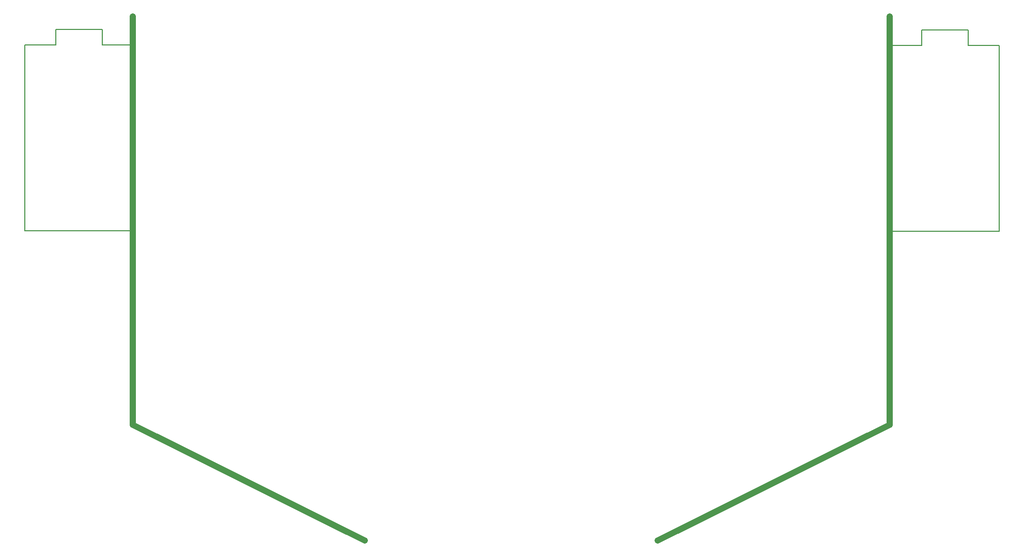
<source format=gbo>
G04 #@! TF.GenerationSoftware,KiCad,Pcbnew,(5.0.2)-1*
G04 #@! TF.CreationDate,2019-02-28T20:13:41+09:00*
G04 #@! TF.ProjectId,Keyboard,4b657962-6f61-4726-942e-6b696361645f,rev?*
G04 #@! TF.SameCoordinates,Original*
G04 #@! TF.FileFunction,Legend,Bot*
G04 #@! TF.FilePolarity,Positive*
%FSLAX46Y46*%
G04 Gerber Fmt 4.6, Leading zero omitted, Abs format (unit mm)*
G04 Created by KiCad (PCBNEW (5.0.2)-1) date 2019/02/28 20:13:41*
%MOMM*%
%LPD*%
G01*
G04 APERTURE LIST*
%ADD10C,1.000000*%
%ADD11C,0.150000*%
G04 APERTURE END LIST*
D10*
X147000000Y0D02*
X147000000Y-67000000D01*
X147000000Y-67000000D02*
X109000000Y-86000000D01*
X61000000Y-86000000D02*
X23000000Y-67000000D01*
X23000000Y0D02*
X23000000Y-67000000D01*
D11*
G04 #@! TO.C,U2*
X23090000Y-35140000D02*
X5310000Y-35140000D01*
X5310000Y-35140000D02*
X5310000Y-4660000D01*
X5310000Y-4660000D02*
X10390000Y-4660000D01*
X10390000Y-4660000D02*
X10390000Y-2120000D01*
X10390000Y-2120000D02*
X18010000Y-2120000D01*
X18010000Y-2120000D02*
X18010000Y-4660000D01*
X18010000Y-4660000D02*
X23090000Y-4660000D01*
X23090000Y-4660000D02*
X23090000Y-35140000D01*
G04 #@! TO.C,U1*
X164990000Y-4760000D02*
X164990000Y-35240000D01*
X159910000Y-4760000D02*
X164990000Y-4760000D01*
X159910000Y-2220000D02*
X159910000Y-4760000D01*
X152290000Y-2220000D02*
X159910000Y-2220000D01*
X152290000Y-4760000D02*
X152290000Y-2220000D01*
X147210000Y-4760000D02*
X152290000Y-4760000D01*
X147210000Y-35240000D02*
X147210000Y-4760000D01*
X164990000Y-35240000D02*
X147210000Y-35240000D01*
G04 #@! TD*
M02*

</source>
